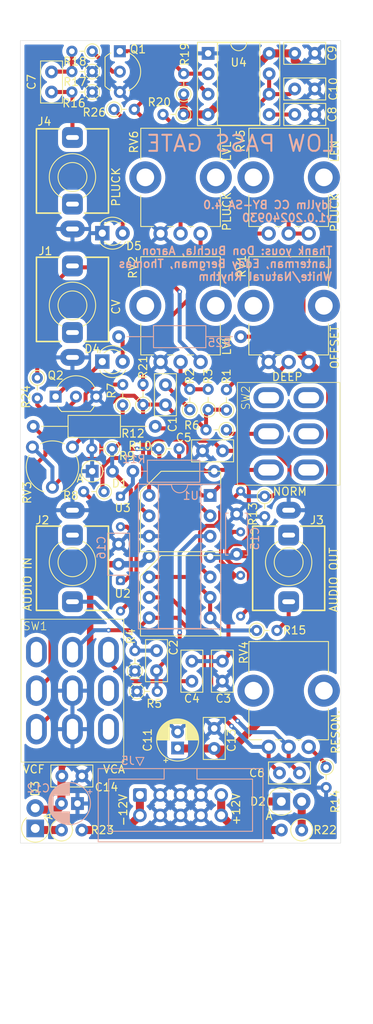
<source format=kicad_pcb>
(kicad_pcb (version 20240108) (generator "pcbnew") (generator_version "8.0")
  (layers (0 "F.Cu" signal) (31 "B.Cu" signal) (34 "B.Paste" user) (35 "F.Paste" user) (36 "B.SilkS" user "B.Silkscreen") (37 "F.SilkS" user "F.Silkscreen") (38 "B.Mask" user) (39 "F.Mask" user) (44 "Edge.Cuts" user))
  (net 0 "")
  (net 1 "Net-(C1-Pad1)")
  (net 2 "Net-(U1D--)")
  (net 3 "Net-(U1A-+)")
  (net 4 "Net-(C2-Pad1)")
  (net 5 "Net-(C3-Pad2)")
  (net 6 "GND")
  (net 7 "Net-(SW1C-C)")
  (net 8 "Net-(U1B-+)")
  (net 9 "Net-(U1C--)")
  (net 10 "Net-(SW1C-B)")
  (net 11 "Net-(C7-Pad2)")
  (net 12 "Net-(C7-Pad1)")
  (net 13 "Net-(U4-CV)")
  (net 14 "+12V")
  (net 15 "Net-(U4-DIS)")
  (net 16 "-12V")
  (net 17 "Net-(D1-A)")
  (net 18 "Net-(D2-A)")
  (net 19 "Net-(D3-K)")
  (net 20 "Net-(J1-PadT)")
  (net 21 "Net-(J3-PadT)")
  (net 22 "Net-(J5-Pin_10)")
  (net 23 "Net-(J5-Pin_1)")
  (net 24 "Net-(Q1-B)")
  (net 25 "Net-(Q1-C)")
  (net 26 "Net-(R1-Pad2)")
  (net 27 "Net-(R2-Pad2)")
  (net 28 "Net-(R7-Pad2)")
  (net 29 "Net-(U1A--)")
  (net 30 "Net-(SW1A-A)")
  (net 31 "/vif")
  (net 32 "Net-(U3--)")
  (net 33 "Net-(SW1B-A)")
  (net 34 "Net-(R14-Pad1)")
  (net 35 "Net-(U1B--)")
  (net 36 "Net-(R20-Pad2)")
  (net 37 "Net-(R21-Pad2)")
  (net 38 "Net-(U4-Q)")
  (net 39 "Net-(U2--)")
  (net 47 "Net-(D4-A)")
  (net 48 "Net-(D4-K)")
  (net 49 "Net-(D5-A)")
  (net 50 "Net-(Q2-B)")
  (net 51 "Net-(SW2A-B)")
  (net 52 "Net-(SW2A-C)")
  (footprint "Resistor_THT:R_Axial_DIN0204_L3.6mm_D1.6mm_P2.54mm_Vertical" (layer "F.Cu") (at 111.683 28.575)
    (property "Reference" "R26")
    (property "Value" "10k")
  )
  (footprint "Audio_Potentiometer_THT:Potentiometer_Bourns_PTV09A-1_Single_Vertical" (layer "F.Cu") (at 122.5 44.05 90)
    (property "Reference" "RV6")
    (property "Value" "100k")
  )
  (footprint "Resistor_THT:R_Axial_DIN0204_L3.6mm_D1.6mm_P2.54mm_Vertical" (layer "F.Cu") (at 129.5 93.5)
    (property "Reference" "R15")
    (property "Value" "1k")
  )
  (footprint "Audio_Potentiometer_THT:Potentiometer_Bourns_PTV09A-1_Single_Vertical" (layer "F.Cu") (at 122.5 60.05 90)
    (property "Reference" "RV2")
    (property "Value" "100k")
  )
  (footprint "Diode_THT:D_DO-41_SOD81_P2.54mm_Vertical_AnodeUp" (layer "F.Cu") (at 132.588 114.808)
    (property "Reference" "D2")
    (property "Value" "D_Schottky")
  )
  (footprint "Capacitor_THT:C_Disc_D5.0mm_W2.5mm_P2.50mm" (layer "F.Cu") (at 118.11 62.885 -90)
    (property "Reference" "C1")
    (property "Value" "2n")
  )
  (footprint "Resistor_THT:R_Axial_DIN0204_L3.6mm_D1.6mm_P2.54mm_Vertical" (layer "F.Cu") (at 120.346 29.21 180)
    (property "Reference" "R20")
    (property "Value" "1k")
  )
  (footprint "Resistor_THT:R_Axial_DIN0204_L3.6mm_D1.6mm_P2.54mm_Vertical" (layer "F.Cu") (at 130.5 76.78 -90)
    (property "Reference" "R13")
    (property "Value" "4M7")
  )
  (footprint "Audio_Potentiometer_THT:Potentiometer_Bourns_PTV09A-1_Single_Vertical" (layer "F.Cu") (at 136 44.05 90)
    (property "Reference" "RV5")
    (property "Value" "100k")
  )
  (footprint "Audio_Potentiometer_THT:Potentiometer_Bourns_PTV09A-1_Single_Vertical" (layer "F.Cu") (at 136 60.05 90)
    (property "Reference" "RV1")
    (property "Value" "100k")
  )
  (footprint "Resistor_THT:R_Axial_DIN0204_L3.6mm_D1.6mm_P2.54mm_Vertical" (layer "F.Cu") (at 108.966 21.336 180)
    (property "Reference" "R18")
    (property "Value" "10k")
  )
  (footprint "Capacitor_THT:C_Disc_D5.0mm_W2.5mm_P2.50mm" (layer "F.Cu") (at 134.259 21.59)
    (property "Reference" "C9")
    (property "Value" "100n")
  )
  (footprint "Capacitor_THT:C_Disc_D5.0mm_W2.5mm_P2.50mm" (layer "F.Cu") (at 136.759 26.035 180)
    (property "Reference" "C10")
    (property "Value" "470n")
  )
  (footprint "Resistor_THT:R_Axial_DIN0204_L3.6mm_D1.6mm_P2.54mm_Vertical" (layer "F.Cu") (at 125.73 66.04 90)
    (property "Reference" "R1")
    (property "Value" "150k")
  )
  (footprint "Package_TO_SOT_THT:TO-92_Inline_Wide" (layer "F.Cu") (at 104.394 64.368)
    (property "Reference" "Q2")
    (property "Value" "BC547")
  )
  (footprint "Resistor_THT:R_Axial_DIN0204_L3.6mm_D1.6mm_P2.54mm_Vertical" (layer "F.Cu") (at 121.158 65.99 90)
    (property "Reference" "R2")
    (property "Value" "470k")
  )
  (footprint "Capacitor_THT:C_Disc_D5.0mm_W2.5mm_P2.50mm" (layer "F.Cu") (at 103.886 26.416 90)
    (property "Reference" "C7")
    (property "Value" "47n")
  )
  (footprint "Resistor_THT:R_Axial_DIN0204_L3.6mm_D1.6mm_P2.54mm_Vertical" (layer "F.Cu") (at 120.396 26.67 90)
    (property "Reference" "R19")
    (property "Value" "47k")
  )
  (footprint "Capacitor_THT:C_Disc_D5.0mm_W2.5mm_P2.50mm" (layer "F.Cu") (at 134.854 111.252 180)
    (property "Reference" "C6")
    (property "Value" "22p")
  )
  (footprint "AudioJacks:Jack_3.5mm_QingPu_WQP-PJ301M-12_Vertical" (layer "F.Cu") (at 106.5 53)
    (property "Reference" "J1")
    (property "Value" "AudioJack2_SwitchT")
  )
  (footprint "Resistor_THT:R_Axial_DIN0204_L3.6mm_D1.6mm_P2.54mm_Vertical" (layer "F.Cu") (at 114.554 101.092)
    (property "Reference" "R5")
    (property "Value" "100k")
  )
  (footprint "Diode_THT:D_DO-35_SOD27_P2.54mm_Vertical_AnodeUp" (layer "F.Cu") (at 108.96 73.66)
    (property "Reference" "D1")
    (property "Value" "3.9V Zener")
  )
  (footprint "Resistor_THT:R_Axial_DIN0204_L3.6mm_D1.6mm_P2.54mm_Vertical" (layer "F.Cu") (at 111.456 70.866 180)
    (property "Reference" "R9")
    (property "Value" "100k")
  )
  (footprint "Capacitor_THT:C_Disc_D5.0mm_W2.5mm_P2.50mm" (layer "F.Cu") (at 105.176 111.633)
    (property "Reference" "C14")
    (property "Value" "100n")
  )
  (footprint "Resistor_THT:R_Axial_DIN0207_L6.3mm_D2.5mm_P2.54mm_Vertical" (layer "F.Cu") (at 105.127 118.364)
    (property "Reference" "R23")
    (property "Value" "10")
  )
  (footprint "Capacitor_THT:C_Disc_D5.0mm_W2.5mm_P2.50mm" (layer "F.Cu") (at 121.412 99.822 90)
    (property "Reference" "C4")
    (property "Value" "4n7")
  )
  (footprint "AudioJacks:Jack_3.5mm_QingPu_WQP-PJ301M-12_Vertical" (layer "F.Cu") (at 106.5 37)
    (property "Reference" "J4")
    (property "Value" "AudioJack2_SwitchT")
  )
  (footprint "Resistor_THT:R_Axial_DIN0204_L3.6mm_D1.6mm_P2.54mm_Vertical" (layer "F.Cu") (at 108.966 23.876 180)
    (property "Reference" "R17")
    (property "Value" "100k")
  )
  (footprint "Diode_THT:D_DO-41_SOD81_P2.54mm_Vertical_AnodeUp" (layer "F.Cu") (at 101.854 118.165766 90)
    (property "Reference" "D3")
    (property "Value" "D_Schottky")
  )
  (footprint "Capacitor_THT:C_Disc_D5.0mm_W2.5mm_P2.50mm" (layer "F.Cu") (at 122.75 71.12)
    (property "Reference" "C5")
    (property "Value" "1n")
  )
  (footprint "Resistor_THT:R_Axial_DIN0204_L3.6mm_D1.6mm_P2.54mm_Vertical" (layer "F.Cu") (at 115.316 65.355 90)
    (property "Reference" "R21")
    (property "Value" "150k")
  )
  (footprint "AudioJacks:Jack_3.5mm_QingPu_WQP-PJ301M-12_Vertical" (layer "F.Cu") (at 106.5 85 180)
    (property "Reference" "J2")
    (property "Value" "AudioJack2_SwitchT")
  )
  (footprint "Resistor_THT:R_Axial_DIN0207_L6.3mm_D2.5mm_P15.24mm_Horizontal" (layer "F.Cu") (at 116.84 68.072 180)
    (property "Reference" "R12")
    (property "Value" "10k")
  )
  (footprint "OptoDevice:PerkinElmer_VTL5C" (layer "F.Cu") (at 112.5 87.278)
    (property "Reference" "U2")
    (property "Value" "VTL5C")
  )
  (footprint "Capacitor_THT:C_Disc_D5.0mm_W2.5mm_P2.50mm" (layer "F.Cu") (at 125.222 99.822 90)
    (property "Reference" "C3")
    (property "Value" "220p")
  )
  (footprint "Resistor_THT:R_Axial_DIN0204_L3.6mm_D1.6mm_P2.54mm_Vertical" (layer "F.Cu") (at 125.72 68.5 180)
    (property "Reference" "R6")
    (property "Value" "47k")
  )
  (footprint "OptoDevice:PerkinElmer_VTL5C" (layer "F.Cu") (at 112.5 76.778)
    (property "Reference" "U3")
    (property "Value" "VTL5C")
  )
  (footprint "Capacitor_THT:C_Disc_D5.0mm_W2.5mm_P2.50mm" (layer "F.Cu") (at 136.759 29.21 180)
    (property "Reference" "C8")
    (property "Value" "10n")
  )
  (footprint "LED_THT:LED_D3.0mm" (layer "F.Cu") (at 110.225 44)
    (property "Reference" "D5")
    (property "Value" "LED")
  )
  (footprint "Resistor_THT:R_Axial_DIN0204_L3.6mm_D1.6mm_P2.54mm_Vertical" (layer "F.Cu") (at 138.176 110.54 -90)
    (property "Reference" "R14")
    (property "Value" "100k")
  )
  (footprint "Capacitor_THT:C_Disc_D5.0mm_W2.5mm_P2.50mm" (layer "F.Cu") (at 124.206 105.704 -90)
    (property "Reference" "C13")
    (property "Value" "100n")
  )
  (footprint "Capacitor_THT:C_Disc_D5.0mm_W2.5mm_P2.50mm" (layer "F.Cu") (at 117 96.012 -90)
    (property "Reference" "C2")
    (property "Value" "1u")
  )
  (footprint "Audio_Potentiometer_THT:Potentiometer_Bourns_PTV09A-1_Single_Vertical" (layer "F.Cu") (at 136 108 90)
    (property "Reference" "RV4")
    (property "Value" "50k")
  )
  (footprint "Resistor_THT:R_Axial_DIN0207_L6.3mm_D2.5mm_P2.54mm_Vertical" (layer "F.Cu") (at 135.128 118.364 180)
    (property "Reference" "R22")
    (property "Value" "10")
  )
  (footprint "Resistor_THT:R_Axial_DIN0204_L3.6mm_D1.6mm_P2.54mm_Vertical" (layer "F.Cu") (at 114.3 98.552 90)
    (property "Reference" "R4")
    (property "Value" "100k")
  )
  (footprint "Package_DIP:DIP-8_W7.62mm_Socket" (layer "F.Cu") (at 123.444 21.6)
    (property "Reference" "U4")
    (property "Value" "TLC555xP")
  )
  (footprint "Resistor_THT:R_Axial_DIN0204_L3.6mm_D1.6mm_P2.54mm_Vertical" (layer "F.Cu") (at 123.444 65.99 90)
    (property "Reference" "R3")
    (property "Value" "100k")
  )
  (footprint "Capacitor_THT:CP_Radial_D5.0mm_P2.00mm" (layer "F.Cu") (at 119.634 108.143113 90)
    (property "Reference" "C11")
    (property "Value" "10u")
  )
  (footprint "Resistor_THT:R_Axial_DIN0204_L3.6mm_D1.6mm_P2.54mm_Vertical" (layer "F.Cu") (at 112.776 65.405 90)
    (property "Reference" "R7")
    (property "Value" "33k")
  )
  (footprint "Switches:SW_3PDT_18mm_x_13mm_P4.50mm" (layer "F.Cu") (at 106.5 101 90)
    (property "Reference" "SW1")
    (property "Value" "SW_3PDT_x3")
  )
  (footprint "Potentiometer_THT:Potentiometer_Piher_PT-6-V_Vertical" (layer "F.Cu") (at 101.5 70.652 -90)
    (property "Reference" "RV3")
    (property "Value" "20k")
  )
  (footprint "Switches:SW_DPDT_13mm_x_13mm_P5.00mm" (layer "F.Cu") (at 133.5 69)
    (property "Reference" "SW2")
    (property "Value" "SW_DPDT_x2")
  )
  (footprint "Resistor_THT:R_Axial_DIN0204_L3.6mm_D1.6mm_P2.54mm_Vertical" (layer "F.Cu") (at 117.28 70.866)
    (property "Reference" "R10")
    (property "Value" "15k")
  )
  (footprint "Resistor_THT:R_Axial_DIN0204_L3.6mm_D1.6mm_P2.54mm_Vertical" (layer "F.Cu") (at 102.108 62.026 -90)
    (property "Reference" "R24")
    (property "Value" "47k")
  )
  (footprint "Resistor_THT:R_Axial_DIN0204_L3.6mm_D1.6mm_P2.54mm_Vertical" (layer "F.Cu") (at 108.966 26.416 180)
    (property "Reference" "R16")
    (property "Value" "100k")
  )
  (footprint "Resistor_THT:R_Axial_DIN0204_L3.6mm_D1.6mm_P2.54mm_Vertical" (layer "F.Cu") (at 110.44 76.2 180)
    (property "Reference" "R8")
    (property "Value" "15k")
  )
  (footprint "Package_TO_SOT_THT:TO-92_Inline_Wide" (layer "F.Cu") (at 112.416 21.336 -90)
    (property "Reference" "Q1")
    (property "Value" "BC547")
  )
  (footprint "AudioJacks:Jack_3.5mm_QingPu_WQP-PJ301M-12_Vertical" (layer "F.Cu") (at 133.5 85 180)
    (property "Reference" "J3")
    (property "Value" "AudioJack2_SwitchT")
  )
  (footprint "LED_THT:LED_D3.0mm" (layer "F.Cu") (at 110.225 60)
    (property "Reference" "D4")
    (property "Value" "LED")
  )
  (footprint "Capacitor_THT:CP_Radial_D5.0mm_P2.00mm" (layer "B.Cu") (at 107.127113 115.062 180)
    (property "Reference" "C12")
    (property "Value" "10u")
  )
  (footprint "Connector_IDC:IDC-Header_2x05_P2.54mm_Vertical" (layer "B.Cu") (at 114.92 114 -90)
    (property "Reference" "J5")
    (property "Value" "Conn_02x05_Odd_Even")
  )
  (footprint "Resistor_THT:R_Axial_DIN0207_L6.3mm_D2.5mm_P15.24mm_Horizontal" (layer "B.Cu") (at 112.268 56.896)
    (property "Reference" "R25")
    (property "Value" "10k")
  )
  (footprint "Resistor_THT:R_Axial_DIN0207_L6.3mm_D2.5mm_P10.16mm_Horizontal" (layer "B.Cu") (at 114.046 73.66)
    (property "Reference" "R11")
    (property "Value" "470")
  )
  (footprint "Package_DIP:DIP-14_W7.62mm_Socket" (layer "B.Cu") (at 123.69 76.678 180)
    (property "Reference" "U1")
    (property "Value" "TL074")
  )
  (footprint "Capacitor_THT:C_Disc_D5.0mm_W2.5mm_P5.00mm" (layer "B.Cu") (at 127 79 -90)
    (property "Reference" "C15")
    (property "Value" "100n")
  )
  (footprint "Capacitor_THT:C_Disc_D5.0mm_W2.5mm_P2.50mm" (layer "B.Cu") (at 112.268 85.25 90)
    (property "Reference" "C16")
    (property "Value" "100n")
  )
  (gr_rect (start 100 20) (end 140 120) (stroke (width 0.05)) (fill none) (layer "Edge.Cuts"))
  (gr_text "LOW PASS GATE" (at 139.5 34 0) (layer "B.SilkS") (effects (font (size 2 2) (thickness 0.25)) (justify left bottom mirror)))
  (gr_text "idyllm CC BY-SA 4.0\nv1.0.20240930" (at 139.065 42.672 0) (layer "B.SilkS") (effects (font (size 1 1) (thickness 0.2)) (justify left bottom mirror)))
  (gr_text "Thank yous: Don Buchla, Aaron \nLanterman, Eddy Bergman, Thomas \nWhite/Natural Rhythm " (at 139.065 50 0) (layer "B.SilkS") (effects (font (size 1 1) (thickness 0.2)) (justify left bottom mirror)))
  (gr_text "DEEP" (at 131.318 62.484 0) (layer "F.SilkS") (effects (font (size 1 1)) (justify left bottom)))
  (gr_text "LVL" (at 126.365 59.309 90) (layer "F.SilkS") (effects (font (size 1 1)) (justify left bottom)))
  (gr_text "PLUCK     LEN" (at 139.827 43.942 90) (layer "F.SilkS") (effects (font (size 1 1)) (justify left bottom)))
  (gr_text "VCF" (at 100.203 111.379 0) (layer "F.SilkS") (effects (font (size 1 1)) (justify left bottom)))
  (gr_text "NORM" (at 131.42 76.78 0) (layer "F.SilkS") (effects (font (size 1 1)) (justify left bottom)))
  (gr_text "CV" (at 112.522 54.229 90) (layer "F.SilkS") (effects (font (size 1 1)) (justify left bottom)))
  (gr_text "-12V" (at 113.411 117.983 90) (layer "F.SilkS") (effects (font (size 1 1)) (justify left bottom)))
  (gr_text "+12V" (at 127.508 117.856 90) (layer "F.SilkS") (effects (font (size 1 1)) (justify left bottom)))
  (gr_text "PLUCK     LVL" (at 126.365 43.815 90) (layer "F.SilkS") (effects (font (size 1 1)) (justify left bottom)))
  (gr_text "OFFSET" (at 139.827 61 90) (layer "F.SilkS") (effects (font (size 1 1)) (justify left bottom)))
  (gr_text "AUDIO OUT" (at 139.7 91.313 90) (layer "F.SilkS") (effects (font (size 1 1)) (justify left bottom)))
  (gr_text "PLUCK" (at 112.522 40.767 90) (layer "F.SilkS") (effects (font (size 1 1)) (justify left bottom)))
  (gr_text "VCA" (at 110.236 111.379 0) (layer "F.SilkS") (effects (font (size 1 1)) (justify left bottom)))
  (gr_text "AUDIO IN" (at 101.473 91.186 90) (layer "F.SilkS") (effects (font (size 1 1)) (justify left bottom)))
  (gr_text "RESON." (at 139.954 108.966 90) (layer "F.SilkS") (effects (font (size 1 1)) (justify left bottom)))
  (segment (start 121.158 65.933) (end 118.11 62.885) (width 0.5) (layer "F.Cu") (net 1))
  (segment (start 121.158 65.99) (end 121.158 65.933) (width 0.5) (layer "F.Cu") (net 1))
  (segment (start 125.68 65.99) (end 125.73 66.04) (width 0.5) (layer "F.Cu") (net 2))
  (segment (start 115.316 65.355) (end 118.08 65.355) (width 0.5) (layer "F.Cu") (net 2))
  (segment (start 118.11 65.385) (end 120.162 67.437) (width 0.5) (layer "F.Cu") (net 2))
  (segment (start 116.07 79.218) (end 114.492 77.64) (width 0.5) (layer "F.Cu") (net 2))
  (segment (start 114.492 75.66205) (end 115.316 74.83805) (width 0.5) (layer "F.Cu") (net 2))
  (segment (start 115.316 65.355) (end 114.216 64.255) (width 0.5) (layer "F.Cu") (net 2))
  (segment (start 110.109 71.755) (end 109.728 72.136) (width 0.5) (layer "F.Cu") (net 2))
  (segment (start 123.18 68.5) (end 123.18 66.254) (width 0.5) (layer "F.Cu") (net 2))
  (segment (start 112.299654 64.255) (end 110.109 66.445654) (width 0.5) (layer "F.Cu") (net 2))
  (segment (start 120.162 67.437) (end 122.117 67.437) (width 0.5) (layer "F.Cu") (net 2))
  (segment (start 114.216 64.255) (end 112.299654 64.255) (width 0.5) (layer "F.Cu") (net 2))
  (segment (start 107.516 72.136) (end 104 75.652) (width 0.5) (layer "F.Cu") (net 2))
  (segment (start 114.492 77.64) (end 114.492 75.66205) (width 0.5) (layer "F.Cu") (net 2))
  (segment (start 109.728 72.136) (end 107.516 72.136) (width 0.5) (layer "F.Cu") (net 2))
  (segment (start 115.316 74.83805) (end 115.316 65.355) (width 0.5) (layer "F.Cu") (net 2))
  (segment (start 118.08 65.355) (end 118.11 65.385) (width 0.5) (layer "F.Cu") (net 2))
  (segment (start 123.444 65.99) (end 125.68 65.99) (width 0.5) (layer "F.Cu") (net 2))
  (segment (start 122.117 67.437) (end 123.18 68.5) (width 0.5) (layer "F.Cu") (net 2))
  (segment (start 110.109 66.445654) (end 110.109 71.755) (width 0.5) (layer "F.Cu") (net 2))
  (segment (start 123.18 66.254) (end 123.444 65.99) (width 0.5) (layer "F.Cu") (net 2))
  (segment (start 104 75.652) (end 104 73.152) (width 0.5) (layer "B.Cu") (net 2))
  (segment (start 104 73.152) (end 101.5 70.652) (width 0.5) (layer "B.Cu") (net 2))
  (segment (start 117 98.392) (end 119.888 95.504) (width 0.5) (layer "F.Cu") (net 3))
  (segment (start 119.888 95.504) (end 119.888 93.726) (width 0.5) (layer "F.Cu") (net 3))
  (segment (start 117 98.512) (end 117 98.392) (width 0.5) (layer "F.Cu") (net 3))
  (via (at 119.888 93.726) (size 0.6) (drill 0.3) (layers "F.Cu" "B.Cu") (net 3))
  (segment (start 117 100.998) (end 117.094 101.092) (width 0.5) (layer "B.Cu") (net 3))
  (segment (start 119.888 93.726) (end 119.888 83.82) (width 0.5) (layer "B.Cu") (net 3))
  (segment (start 121.95 81.758) (end 123.69 81.758) (width 0.5) (layer "B.Cu") (net 3))
  (segment (start 117 98.512) (end 117 100.998) (width 0.5) (layer "B.Cu") (net 3))
  (segment (start 119.888 83.82) (end 121.95 81.758) (width 0.5) (layer "B.Cu") (net 3))
  (segment (start 114.3 94.996) (end 114.3 95.708) (width 0.5) (layer "B.Cu") (net 4))
  (segment (start 117 96.012) (end 114.604 96.012) (width 0.5) (layer "B.Cu") (net 4))
  (segment (start 106.5 89.92) (end 109.224 89.92) (width 0.5) (layer "B.Cu") (net 4))
  (segment (start 114.604 96.012) (end 114.3 95.708) (width 0.5) (layer "B.Cu") (net 4))
  (segment (start 109.224 89.92) (end 114.3 94.996) (width 0.5) (layer "B.Cu") (net 4))
  (segment (start 125.984 96.56) (end 125.984 87.45005) (width 0.5) (layer "F.Cu") (net 5))
  (segment (start 127.5 86.638) (end 126.79605 86.638) (width 0.5) (layer "F.Cu") (net 5))
  (segment (start 125.05 82.722) (end 126.554 81.218) (width 0.5) (layer "F.Cu") (net 5))
  (segment (start 125.222 97.322) (end 125.984 96.56) (width 0.5) (layer "F.Cu") (net 5))
  (segment (start 125.984 87.45005) (end 126.79605 86.638) (width 0.5) (layer "F.Cu") (net 5))
  (segment (start 126.79605 86.638) (end 125.05 84.89195) (width 0.5) (layer "F.Cu") (net 5))
  (segment (start 125.05 84.89195) (end 125.05 82.722) (width 0.5) (layer "F.Cu") (net 5))
  (segment (start 126.554 81.218) (end 127.5 81.218) (width 0.5) (layer "F.Cu") (net 5))
  (segment (start 121.412 97.322) (end 125.222 97.322) (width 0.5) (layer "B.Cu") (net 5))
  (segment (start 121.412 99.822) (end 113.422 99.822) (width 0.5) (layer "F.Cu") (net 7))
  (segment (start 111 97.4) (end 111 96.2) (width 0.5) (layer "F.Cu") (net 7))
  (segment (start 113.422 99.822) (end 111 97.4) (width 0.5) (layer "F.Cu") (net 7))
  (segment (start 123.212233 80.468) (end 122.44 81.240233) (width 0.5) (layer "F.Cu") (net 8))
  (segment (start 124.94 79.784) (end 124.256 80.468) (width 0.5) (layer "F.Cu") (net 8))
  (segment (start 124.256 80.468) (end 123.212233 80.468) (width 0.5) (layer "F.Cu") (net 8))
  (segment (start 133.604 73.029126) (end 131.694874 71.12) (width 0.5) (layer "F.Cu") (net 8))
  (segment (start 131.694874 71.12) (end 125.25 71.12) (width 0.5) (layer "F.Cu") (net 8))
  (segment (start 116.84 68.072) (end 117.094 68.326) (width 0.5) (layer "F.Cu") (net 8))
  (segment (start 122.321 69.87) (end 124 69.87) (width 0.5) (layer "F.Cu") (net 8))
  (segment (start 122.44 85.588) (end 123.69 86.838) (width 0.5) (layer "F.Cu") (net 8))
  (segment (start 127.5 76.138) (end 124.94 78.698) (width 0.5) (layer "F.Cu") (net 8))
  (segment (start 131.489949 76.78) (end 133.604 74.665949) (width 0.5) (layer "F.Cu") (net 8))
  (segment (start 124.94 78.698) (end 124.94 79.784) (width 0.5) (layer "F.Cu") (net 8))
  (segment (start 124 69.87) (end 125.25 71.12) (width 0.5) (layer "F.Cu") (net 8))
  (segment (start 120.777 68.326) (end 122.321 69.87) (width 0.5) (layer "F.Cu") (net 8))
  (segment (start 122.44 81.240233) (end 122.44 85.588) (width 0.5) (layer "F.Cu") (net 8))
  (segment (start 133.604 74.665949) (end 133.604 73.029126) (width 0.5) (layer "F.Cu") (net 8))
  (segment (start 130.5 76.78) (end 131.489949 76.78) (width 0.5) (layer "F.Cu") (net 8))
  (segment (start 117.094 68.326) (end 120.777 68.326) (width 0.5) (layer "F.Cu") (net 8))
  (segment (start 128.142 76.78) (end 127.5 76.138) (width 0.5) (layer "B.Cu") (net 8))
  (segment (start 130.5 76.78) (end 128.142 76.78) (width 0.5) (layer "B.Cu") (net 8))
  (segment (start 133.5 108) (end 133.5 109.898) (width 0.5) (layer "F.Cu") (net 9))
  (segment (start 133.5 109.898) (end 134.854 111.252) (width 0.5) (layer "F.Cu") (net 9))
  (segment (start 127.127 104.775) (end 123.825 101.473) (width 0.5) (layer "F.Cu") (net 9))
  (segment (start 123.825 101.473) (end 123.825 94.488) (width 0.5) (layer "F.Cu") (net 9))
  (segment (start 118.715 89.378) (end 116.07 89.378) (width 0.5) (layer "F.Cu") (net 9))
  (segment (start 123.825 94.488) (end 118.715 89.378) (width 0.5) (layer "F.Cu") (net 9))
  (via (at 127.127 104.775) (size 0.6) (drill 0.3) (layers "F.Cu" "B.Cu") (net 9))
  (segment (start 128.524 106.172) (end 131.672 106.172) (width 0.5) (layer "B.Cu") (net 9))
  (segment (start 131.672 106.172) (end 133.5 108) (width 0.5) (layer "B.Cu") (net 9))
  (segment (start 127.127 104.775) (end 128.524 106.172) (width 0.5) (layer "B.Cu") (net 9))
  (segment (start 122.936 101.981) (end 122.936 95.25) (width 0.5) (layer "F.Cu") (net 10))
  (segment (start 122.936 95.25) (end 119.604 91.918) (width 0.5) (layer "F.Cu") (net 10))
  (segment (start 131 109.898) (end 132.354 111.252) (width 0.5) (layer "F.Cu") (net 10))
  (segment (start 114.516 93.472) (end 116.07 91.918) (width 0.5) (layer "F.Cu") (net 10))
  (segment (start 131 108) (end 131 109.898) (width 0.5) (layer "F.Cu") (net 10))
  (segment (start 126.365 105.41) (end 122.936 101.981) (width 0.5) (layer "F.Cu") (net 10))
  (segment (start 119.604 91.918) (end 116.07 91.918) (width 0.5) (layer "F.Cu") (net 10))
  (segment (start 110.998 93.472) (end 114.516 93.472) (width 0.5) (layer "F.Cu") (net 10))
  (via (at 126.365 105.41) (size 0.6) (drill 0.3) (layers "F.Cu" "B.Cu") (net 10))
  (via (at 110.998 93.472) (size 0.6) (drill 0.3) (layers "F.Cu" "B.Cu") (net 10))
  (segment (start 126.365 105.41) (end 128.955 108) (width 0.5) (layer "B.Cu") (net 10))
  (segment (start 110.998 93.472) (end 109.228 93.472) (width 0.5) (layer "B.Cu") (net 10))
  (segment (start 128.955 108) (end 131 108) (width 0.5) (layer "B.Cu") (net 10))
  (segment (start 109.228 93.472) (end 106.5 96.2) (width 0.5) (layer "B.Cu") (net 10))
  (segment (start 131 108) (end 130.86 108) (width 0.5) (layer "B.Cu") (net 10))
  (segment (start 103.926 23.876) (end 103.886 23.916) (width 0.5) (layer "F.Cu") (net 11))
  (segment (start 106.426 23.876) (end 106.426 21.336) (width 0.5) (layer "F.Cu") (net 11))
  (segment (start 106.426 23.876) (end 103.926 23.876) (width 0.5) (layer "F.Cu") (net 11))
  (segment (start 106.426 26.416) (end 103.886 26.416) (width 0.5) (layer "F.Cu") (net 12))
  (segment (start 106.426 26.416) (end 106.5 26.49) (width 0.5) (layer "F.Cu") (net 12))
  (segment (start 106.426 26.67) (end 106.5 26.744) (width 0.5) (layer "F.Cu") (net 12))
  (segment (start 106.426 26.416) (end 106.426 26.67) (width 0.5) (layer "F.Cu") (net 12))
  (segment (start 106.5 26.49) (end 106.5 32.08) (width 0.5) (layer "F.Cu") (net 12))
  (segment (start 134.249 29.22) (end 134.259 29.21) (width 0.5) (layer "F.Cu") (net 13))
  (segment (start 131.064 29.22) (end 134.249 29.22) (width 0.5) (layer "F.Cu") (net 13))
  (segment (start 136 60.05) (end 135.1 59.15) (width 1) (layer "F.Cu") (net 14))
  (segment (start 119.694887 108.204) (end 119.634 108.143113) (width 1) (layer "F.Cu") (net 14))
  (segment (start 138.684 96.012) (end 138.684 87.376) (width 1) (layer "F.Cu") (net 14))
  (segment (start 138.684 30.099) (end 138.684 24.892) (width 1) (layer "F.Cu") (net 14))
  (segment (start 123.454 29.21) (end 131.064 21.6) (width 1) (layer "F.Cu") (net 14))
  (segment (start 134.249 21.6) (end 134.259 21.59) (width 1) (layer "F.Cu") (net 14))
  (segment (start 123.434 29.21) (end 123.454 29.21) (width 1) (layer "F.Cu") (net 14))
  (segment (start 132.846 56.896) (end 136 60.05) (width 0.5) (layer "F.Cu") (net 14))
  (segment (start 130.79 114.808) (end 124.186 108.204) (width 1) (layer "F.Cu") (net 14))
  (segment (start 132.588 114.808) (end 130.79 114.808) (width 1) (layer "F.Cu") (net 14))
  (segment (start 135.382 23.622) (end 134.259 22.499) (width 1) (layer "F.Cu") (net 14))
  (segment (start 134.62 34.163) (end 138.684 30.099) (width 1) (layer "F.Cu") (net 14))
  (segment (start 138.557 46.355) (end 138.557 42.688623) (width 1) (layer "F.Cu") (net 14))
  (segment (start 138.557 42.688623) (end 134.62 38.751623) (width 1) (layer "F.Cu") (net 14))
  (segment (start 124.206 108.204) (end 119.694887 108.204) (width 1) (layer "F.Cu") (net 14))
  (segment (start 126.355 108.341) (end 138.684 96.012) (width 1) (layer "F.Cu") (net 14))
  (segment (start 132.08 87.376) (end 138.684 87.376) (width 1) (layer "F.Cu") (net 14))
  (segment (start 120.346 29.21) (end 123.434 29.21) (width 1) (layer "F.Cu") (net 14))
  (segment (start 134.62 38.751623) (end 134.62 34.163) (width 1) (layer "F.Cu") (net 14))
  (segment (start 123.988 84) (end 123.69 84.298) (width 0.5) (layer "F.Cu") (net 14))
  (segment (start 135.1 49.812) (end 138.557 46.355) (width 1) (layer "F.Cu") (net 14))
  (segment (start 135.1 59.15) (end 135.1 49.812) (width 1) (layer "F.Cu") (net 14))
  (segment (start 134.259 22.499) (end 134.259 21.59) (width 1) (layer "F.Cu") (net 14))
  (segment (start 138.684 62.734) (end 136 60.05) (width 1) (layer "F.Cu") (net 14))
  (segment (start 138.684 87.376) (end 138.684 62.734) (width 1) (layer "F.Cu") (net 14))
  (segment (start 127 84) (end 128.704 84) (width 1) (layer "F.Cu") (net 14))
  (segment (start 131.064 21.6) (end 134.249 21.6) (width 1) (layer "F.Cu") (net 14))
  (segment (start 137.414 23.622) (end 135.382 23.622) (width 1) (layer "F.Cu") (net 14))
  (segment (start 123.434 29.21) (end 123.444 29.22) (width 0.5) (layer "F.Cu") (net 14))
  (segment (start 138.684 24.892) (end 137.414 23.622) (width 1) (layer "F.Cu") (net 14))
  (segment (start 124.186 108.204) (end 124.323 108.341) (width 1) (layer "F.Cu") (net 14))
  (segment (start 124.323 108.341) (end 126.355 108.341) (width 1) (layer "F.Cu") (net 14))
  (segment (start 120.396 29.16) (end 120.346 29.21) (width 0.5) (layer "F.Cu") (net 14))
  (segment (start 120.396 26.67) (end 120.396 29.16) (width 1) (layer "F.Cu") (net 14))
  (segment (start 127.508 56.896) (end 132.846 56.896) (width 0.5) (layer "F.Cu") (net 14))
  (segment (start 128.704 84) (end 132.08 87.376) (width 1) (layer "F.Cu") (net 14))
  (segment (start 123.69 84.298) (end 126.702 84.298) (width 0.8) (layer "B.Cu") (net 14))
  (segment (start 126.702 84.298) (end 127 84) (width 0.8) (layer "B.Cu") (net 14))
  (segment (start 133.614 26.68) (end 134.259 26.035) (width 0.5) (layer "F.Cu") (net 15))
  (segment (start 133.5 44.05) (end 133.5 35.964) (width 0.5) (layer "F.Cu") (net 15))
  (segment (start 129.413 28.331) (end 131.064 26.68) (width 0.5) (layer "F.Cu") (net 15))
  (segment (start 133.5 44.05) (end 136 44.05) (width 0.5) (layer "F.Cu") (net 15))
  (segment (start 131.064 26.68) (end 131.064 24.14) (width 0.5) (layer "F.Cu") (net 15))
  (segment (start 133.5 35.964) (end 129.413 31.877) (width 0.5) (layer "F.Cu") (net 15))
  (segment (start 131.064 26.68) (end 133.614 26.68) (width 0.5) (layer "F.Cu") (net 15))
  (segment (start 129.413 31.877) (end 129.413 28.331) (width 0.5) (layer "F.Cu") (net 15))
  (segment (start 105.176 110.47) (end 105.176 111.76) (width 0.8) (layer "F.Cu") (net 16))
  (segment (start 105.127113 115.316) (end 105.127113 111.808887) (width 1) (layer "F.Cu") (net 16))
  (segment (start 110.791 85.25) (end 108.712 87.329) (width 0.8) (layer "F.Cu") (net 16))
  (segment (start 107.188 109.474) (end 106.172 109.474) (width 0.8) (layer "F.Cu") (net 16))
  (segment (start 108.692 107.97) (end 107.188 109.474) (width 0.8) (layer "F.Cu") (net 16))
  (segment (start 112.268 85.25) (end 110.791 85.25) (width 0.8) (layer "F.Cu") (net 16))
  (segment (start 106.172 109.474) (end 105.176 110.47) (width 0.8) (layer "F.Cu") (net 16))
  (segment (start 108.712 107.97) (end 108.692 107.97) (width 0.8) (layer "F.Cu") (net 16))
  (segment (start 108.712 87.329) (end 108.712 107.97) (width 0.8) (layer "F.Cu") (net 16))
  (segment (start 105.127113 111.808887) (end 105.176 111.76) (width 1) (layer "F.Cu") (net 16))
  (segment (start 104.619113 115.824) (end 105.127113 115.316) (width 1) (layer "F.Cu") (net 16))
  (segment (start 101.854 115.824) (end 104.619113 115.824) (width 1) (layer "F.Cu") (net 16))
  (segment (start 112.268 85.25) (end 115.118 85.25) (width 0.8) (layer "B.Cu") (net 16))
  (segment (start 115.118 85.25) (end 116.07 84.298) (width 0.8) (layer "B.Cu") (net 16))
  (segment (start 111.456 73.616) (end 111.5 73.66) (width 0.5) (layer "F.Cu") (net 17))
  (segment (start 113.792 79.502) (end 114.492 80.202) (width 0.5) (layer "F.Cu") (net 17))
  (segment (start 113.792 75.952) (end 113.792 79.502) (width 0.5) (layer "F.Cu") (net 17))
  (segment (start 114.492 89.086) (end 112.5 91.078) (width 0.5) (layer "F.Cu") (net 17))
  (segment (start 112.776 66.04) (end 112.776 69.8) (width 0.5) (layer "F.Cu") (net 17))
  (segment (start 112.776 69.8) (end 111.456 71.12) (width 0.5) (layer "F.Cu") (net 17))
  (segment (start 111.84 74) (end 113.792 75.952) (width 0.5) (layer "F.Cu") (net 17))
  (segment (start 111.5 74) (end 111.84 74) (width 0.5) (layer "F.Cu") (net 17))
  (segment (start 114.492 80.202) (end 114.492 89.086) (width 0.5) (layer "F.Cu") (net 17))
  (segment (start 111.456 71.12) (end 111.456 73.616) (width 0.5) (layer "B.Cu") (net 17))
  (segment (start 135.128 118.364) (end 135.128 114.808) (width 1) (layer "F.Cu") (net 18))
  (segment (start 105.127 118.364) (end 101.854 118.364) (width 1) (layer "F.Cu") (net 19))
  (segment (start 106.5 48.08) (end 106.68 48.26) (width 0.5) (layer "F.Cu") (net 20))
  (segment (start 116.84 48.26) (end 119.888 51.308) (width 0.5) (layer "F.Cu") (net 20))
  (segment (start 106.5 48.08) (end 102.108 52.472) (width 0.5) (layer "F.Cu") (net 20))
  (segment (start 106.68 48.26) (end 116.84 48.26) (width 0.5) (layer "F.Cu") (net 20))
  (segment (start 102.108 52.472) (end 102.108 62.026) (width 0.5) (layer "F.Cu") (net 20))
  (via (at 119.888 51.308) (size 0.6) (drill 0.3) (layers "F.Cu" "B.Cu") (net 20))
  (segment (start 122.5 60.05) (end 119.888 57.438) (width 0.5) (layer "B.Cu") (net 20))
  (segment (start 119.888 57.438) (end 119.888 51.308) (width 0.5) (layer "B.Cu") (net 20))
  (segment (start 133.5 92.04) (end 132.04 93.5) (width 0.5) (layer "F.Cu") (net 21))
  (segment (start 133.5 89.92) (end 133.5 92.04) (width 0.5) (layer "F.Cu") (net 21))
  (segment (start 125.08 116.54) (end 126.904 118.364) (width 1) (layer "F.Cu") (net 22))
  (segment (start 126.904 118.364) (end 132.588 118.364) (width 1) (layer "F.Cu") (net 22))
  (segment (start 125.08 114) (end 125.08 116.54) (width 1) (layer "F.Cu") (net 22))
  (segment (start 114.92 116.54) (end 113.096 118.364) (width 1) (layer "F.Cu") (net 23))
  (segment (start 113.096 118.364) (end 107.667 118.364) (width 1) (layer "F.Cu") (net 23))
  (segment (start 114.92 114) (end 114.92 116.54) (width 1) (layer "F.Cu") (net 23))
  (segment (start 108.966 21.336) (end 111.506 23.876) (width 0.5) (layer "F.Cu") (net 24))
  (segment (start 111.506 23.876) (end 112.416 23.876) (width 0.5) (layer "F.Cu") (net 24))
  (segment (start 120.396 24.13) (end 117.602 21.336) (width 0.5) (layer "F.Cu") (net 25))
  (segment (start 117.602 21.336) (end 112.416 21.336) (width 0.5) (layer "F.Cu") (net 25))
  (segment (start 123.434 24.13) (end 123.444 24.14) (width 0.5) (layer "F.Cu") (net 25))
  (segment (start 120.396 24.13) (end 123.434 24.13) (width 0.5) (layer "F.Cu") (net 25))
  (segment (start 133.5 60.05) (end 131.55 62) (width 0.5) (layer "F.Cu") (net 26))
  (segment (start 127.23 62) (end 125.73 63.5) (width 0.5) (layer "F.Cu") (net 26))
  (segment (start 131.55 62) (end 127.23 62) (width 0.5) (layer "F.Cu") (net 26))
  (segment (start 121.158 63.45) (end 123.444 63.45) (width 0.5) (layer "F.Cu") (net 27))
  (segment (start 120 62.292) (end 121.158 63.45) (width 0.5) (layer "F.Cu") (net 27))
  (segment (start 120 60.05) (end 120 62.292) (width 0.5) (layer "F.Cu") (net 27))
  (segment (start 108.134 64.010943) (end 109.279943 62.865) (width 0.5) (layer "F.Cu") (net 28))
  (segment (start 108.134 69.018) (end 108.134 64.010943) (width 0.5) (layer "F.Cu") (net 28))
  (segment (start 106.5 70.652) (end 108.134 69.018) (width 0.5) (layer "F.Cu") (net 28))
  (segment (start 109.279943 62.865) (end 112.776 62.865) (width 0.5) (layer "F.Cu") (net 28))
  (segment (start 110.25 73.138) (end 110.25 76.01) (width 0.5) (layer "F.Cu") (net 29))
  (segment (start 112.642 72.016) (end 111.372 72.016) (width 0.5) (layer "F.Cu") (net 29))
  (segment (start 110.25 76.01) (end 110.44 76.2) (width 0.5) (layer "F.Cu") (net 29))
  (segment (start 117.348 70.934) (end 117.348 72.876) (width 0.5) (layer "F.Cu") (net 29))
  (segment (start 114.566 70.866) (end 113.792 70.866) (width 0.5) (layer "F.Cu") (net 29))
  (segment (start 113.792 70.866) (end 112.642 72.016) (width 0.5) (layer "F.Cu") (net 29))
  (segment (start 111.372 72.016) (end 110.25 73.138) (width 0.5) (layer "F.Cu") (net 29))
  (segment (start 117.28 70.866) (end 117.348 70.934) (width 0.5) (layer "F.Cu") (net 29))
  (segment (start 117.348 72.876) (end 123.69 79.218) (width 0.5) (layer "F.Cu") (net 29))
  (via (at 114.566 70.866) (size 0.6) (drill 0.3) (layers "F.Cu" "B.Cu") (net 29))
  (segment (start 114.566 70.866) (end 117.28 70.866) (width 0.5) (layer "B.Cu") (net 29))
  (segment (start 109.22 85.344) (end 107.188 87.376) (width 0.5) (layer "F.Cu") (net 30))
  (segment (start 104.45 103.35) (end 102 105.8) (width 0.5) (layer "F.Cu") (net 30))
  (segment (start 105.664 87.376) (end 104.45 88.59) (width 0.5) (layer "F.Cu") (net 30))
  (segment (start 109.22 77.52) (end 109.22 85.344) (width 0.5) (layer "F.Cu") (net 30))
  (segment (start 107.9 76.2) (end 109.22 77.52) (width 0.5) (layer "F.Cu") (net 30))
  (segment (start 107.188 87.376) (end 105.664 87.376) (width 0.5) (layer "F.Cu") (net 30))
  (segment (start 104.45 88.59) (end 104.45 103.35) (width 0.5) (layer "F.Cu") (net 30))
  (segment (start 128.524 87.063569) (end 128.525 87.062569) (width 0.5) (layer "F.Cu") (net 31))
  (segment (start 128.113 75.113) (end 125.255 75.113) (width 0.5) (layer "F.Cu") (net 31))
  (segment (start 128.525 75.525) (end 128.113 75.113) (width 0.5) (layer "F.Cu") (net 31))
  (segment (start 125.255 75.113) (end 123.69 76.678) (width 0.5) (layer "F.Cu") (net 31))
  (segment (start 128.525 80.793431) (end 128.524 80.792431) (width 0.5) (layer "F.Cu") (net 31))
  (segment (start 126.492 85.344) (end 125.75 84.602) (width 0.5) (layer "F.Cu") (net 31))
  (segment (start 127.523884 82.756116) (end 128.525 81.755) (width 0.5) (layer "F.Cu") (net 31))
  (segment (start 127.5 91.718) (end 128.524 90.694) (width 0.5) (layer "F.Cu") (net 31))
  (segment (start 122.652 76.678) (end 119.82 73.846) (width 0.5) (layer "F.Cu") (net 31))
  (segment (start 128.524 80.792431) (end 128.524 76.563569) (width 0.5) (layer "F.Cu") (net 31))
  (segment (start 125.75 84.602) (end 125.75 83.482233) (width 0.5) (layer "F.Cu") (net 31))
  (segment (start 125.75 83.482233) (end 126.482233 82.75) (width 0.5) (layer "F.Cu") (net 31))
  (segment (start 126.482233 82.75) (end 127.517767 82.75) (width 0.5) (layer "F.Cu") (net 31))
  (segment (start 127.655569 85.344) (end 126.492 85.344) (width 0.5) (layer "F.Cu") (net 31))
  (segment (start 128.525 87.062569) (end 128.525 86.213431) (width 0.5) (layer "F.Cu") (net 31))
  (segment (start 128.525 81.755) (end 128.525 80.793431) (width 0.5) (layer "F.Cu") (net 31))
  (segment (start 123.69 76.678) (end 122.652 76.678) (width 0.5) (layer "F.Cu") (net 31))
  (segment (start 128.524 76.563569) (end 128.525 76.562569) (width 0.5) (layer "F.Cu") (net 31))
  (segment (start 127.517767 82.75) (end 127.523884 82.756116) (width 0.5) (layer "F.Cu") (net 31))
  (segment (start 128.524 90.694) (end 128.524 87.063569) (width 0.5) (layer "F.Cu") (net 31))
  (segment (start 128.525 76.562569) (end 128.525 75.525) (width 0.5) (layer "F.Cu") (net 31))
  (segment (start 128.525 86.213431) (end 127.655569 85.344) (width 0.5) (layer "F.Cu") (net 31))
  (segment (start 119.82 73.846) (end 119.82 70.866) (width 0.5) (layer "F.Cu") (net 31))
  (segment (start 114.046 75.232) (end 112.5 76.778) (width 0.5) (layer "B.Cu") (net 32))
  (segment (start 114.046 73.66) (end 114.046 75.232) (width 0.5) (layer "B.Cu") (net 32))
  (segment (start 103.124 71.628) (end 103.124 69.596) (width 0.5) (layer "F.Cu") (net 33))
  (segment (start 102.108 72.644) (end 103.124 71.628) (width 0.5) (layer "F.Cu") (net 33))
  (segment (start 103.124 69.596) (end 101.6 68.072) (width 0.5) (layer "F.Cu") (net 33))
  (segment (start 102.108 77.012) (end 102.108 72.644) (width 0.5) (layer "F.Cu") (net 33))
  (segment (start 103.75 99.25) (end 103.75 78.654) (width 0.5) (layer "F.Cu") (net 33))
  (segment (start 102 101) (end 103.75 99.25) (width 0.5) (layer "F.Cu") (net 33))
  (segment (start 103.75 78.654) (end 102.108 77.012) (width 0.5) (layer "F.Cu") (net 33))
  (segment (start 138.176 110.176) (end 136 108) (width 0.5) (layer "F.Cu") (net 34))
  (segment (start 138.176 110.54) (end 138.176 110.176) (width 0.5) (layer "F.Cu") (net 34))
  (segment (start 116.07 86.838) (end 121.15 86.838) (width 0.5) (layer "F.Cu") (net 35))
  (segment (start 123.69 89.378) (end 123.69 91.918) (width 0.5) (layer "F.Cu") (net 35))
  (segment (start 121.15 86.838) (end 123.69 89.378) (width 0.5) (layer "F.Cu") (net 35))
  (segment (start 125.272 93.5) (end 129.5 93.5) (width 0.5) (layer "B.Cu") (net 35))
  (segment (start 123.69 91.918) (end 125.272 93.5) (width 0.5) (layer "B.Cu") (net 35))
  (segment (start 121.412 32.816) (end 121.412 39.116) (width 0.5) (layer "F.Cu") (net 36))
  (segment (start 117.806 29.21) (end 121.412 32.816) (width 0.5) (layer "F.Cu") (net 36))
  (segment (start 121.412 39.116) (end 126.346 44.05) (width 0.5) (layer "F.Cu") (net 36))
  (segment (start 126.346 44.05) (end 131 44.05) (width 0.5) (layer "F.Cu") (net 36))
  (segment (start 115.316 57.912) (end 122.5 50.728) (width 0.5) (layer "F.Cu") (net 37))
  (segment (start 122.5 50.728) (end 122.5 44.05) (width 0.5) (layer "F.Cu") (net 37))
  (segment (start 115.316 63.45) (end 115.316 57.912) (width 0.5) (layer "F.Cu") (net 37))
  (segment (start 120.015 34.367) (end 114.223 28.575) (width 0.5) (layer "F.Cu") (net 38))
  (segment (start 120 34.559) (end 120.015 34.544) (width 0.5) (layer "F.Cu") (net 38))
  (segment (start 117.398 25.4) (end 114.223 28.575) (width 0.5) (layer "F.Cu") (net 38))
  (segment (start 122.164 25.4) (end 117.398 25.4) (width 0.5) (layer "F.Cu") (net 38))
  (segment (start 120 44.05) (end 120 34.559) (width 0.5) (layer "F.Cu") (net 38))
  (segment (start 123.444 26.68) (end 122.164 25.4) (width 0.5) (layer "F.Cu") (net 38))
  (segment (start 120.015 34.544) (end 120.015 34.367) (width 0.5) (layer "F.Cu") (net 38))
  (segment (start 113.313172 80.578) (end 113.792 81.056828) (width 0.5) (layer "F.Cu") (net 39))
  (segment (start 113.075 87.278) (end 112.5 87.278) (width 0.5) (layer "F.Cu") (net 39))
  (segment (start 112.5 80.578) (end 113.313172 80.578) (width 0.5) (layer "F.Cu") (net 39))
  (segment (start 113.792 81.056828) (end 113.792 86.561) (width 0.5) (layer "F.Cu") (net 39))
  (segment (start 113.792 86.561) (end 113.075 87.278) (width 0.5) (layer "F.Cu") (net 39))
  (segment (start 112.765 60) (end 112.765 57.393) (width 0.5) (layer "F.Cu") (net 47))
  (segment (start 112.765 57.393) (end 112.268 56.896) (width 0.5) (layer "F.Cu") (net 47))
  (segment (start 106.786 61.976) (end 108.249 61.976) (width 0.5) (layer "F.Cu") (net 48))
  (segment (start 110.225 60) (end 109.778 60) (width 0.5) (layer "F.Cu") (net 48))
  (segment (start 108.249 61.976) (end 110.225 60) (width 0.5) (layer "F.Cu") (net 48))
  (segment (start 104.394 64.368) (end 106.786 61.976) (width 0.5) (layer "F.Cu") (net 48))
  (segment (start 112.76 29.652) (end 112.765 29.652) (width 0.5) (layer "F.Cu") (net 49))
  (segment (start 112.765 44) (end 112.765 29.652) (width 0.5) (layer "F.Cu") (net 49))
  (segment (start 111.683 28.575) (end 112.76 29.652) (width 0.5) (layer "F.Cu") (net 49))
  (segment (start 106.934 64.77) (end 106.934 64.368) (width 0.5) (layer "F.Cu") (net 50))
  (segment (start 102.108 64.566) (end 102.108 65.405) (width 0.5) (layer "F.Cu") (net 50))
  (segment (start 102.108 65.405) (end 102.616 65.913) (width 0.5) (layer "F.Cu") (net 50))
  (segment (start 102.616 65.913) (end 105.791 65.913) (width 0.5) (layer "F.Cu") (net 50))
  (segment (start 105.791 65.913) (end 106.934 64.77) (width 0.5) (layer "F.Cu") (net 50))
  (segment (start 131 69) (end 126.22 69) (width 0.5) (layer "F.Cu") (net 51))
  (segment (start 126.22 69) (end 125.72 68.5) (width 0.5) (layer "F.Cu") (net 51))
  (segment (start 120.97 71.55537) (end 120.97 70.389654) (width 0.5) (layer "F.Cu") (net 52))
  (segment (start 120.296346 69.716) (end 116.658 69.716) (width 0.5) (layer "F.Cu") (net 52))
  (segment (start 131 73.5) (end 124.88 73.5) (width 0.5) (layer "F.Cu") (net 52))
  (segment (start 116.07 70.304) (end 116.07 76.678) (width 0.5) (layer "F.Cu") (net 52))
  (segment (start 116.658 69.716) (end 116.07 70.304) (width 0.5) (layer "F.Cu") (net 52))
  (segment (start 123.07463 73.66) (end 120.97 71.55537) (width 0.5) (layer "F.Cu") (net 52))
  (segment (start 124.206 73.66) (end 123.07463 73.66) (width 0.5) (layer "F.Cu") (net 52))
  (segment (start 120.97 70.389654) (end 120.296346 69.716) (width 0.5) (layer "F.Cu") (net 52))
  (segment (start 124.88 73.5) (end 124.16 74.22) (width 0.5) (layer "F.Cu") (net 52))
  (zone (net 6) (net_name "GND") (layer "B.Cu") (connect_pads (clearance 0.5)) (min_thickness 0.25) (fill yes (thermal_gap 0.5) (thermal_bridge_width 0.5))
    (polygon (pts (xy 100 20) (xy 100 120) (xy 140 120) (xy 140 20)))
  )
)
</source>
